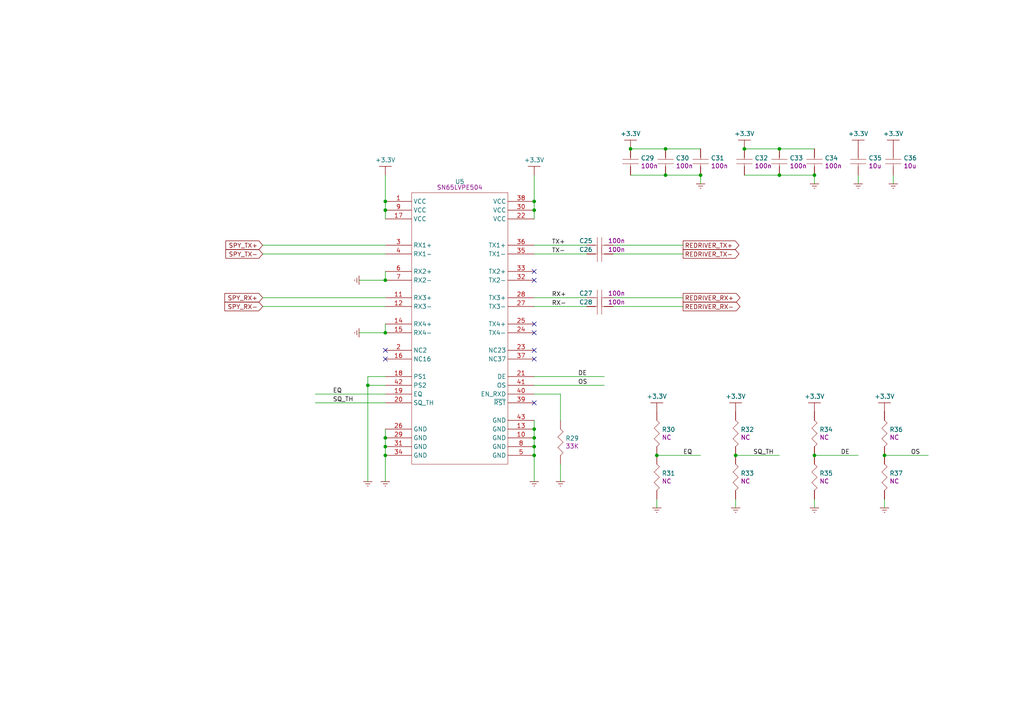
<source format=kicad_sch>
(kicad_sch (version 20200714) (host eeschema "(5.99.0-2858-ga3fc028c9b)")
  (page 5 5)
  (paper "A4")
  (title_block (title "EDSCH0003-V2") (comment 1 "VeSPA - PCIe INTERPOSER"))
  (lib_symbols
    (symbol "C_0402:C100N_16V_0402" (pin_numbers hide) (pin_names (offset 0.508) hide)
      (property "Reference" "C" (at 5.08 2.286 0))
      (property "Field4" "100n" (at 5.08 -0.254 0))
      (symbol "C100N_16V_0402_0_1"
        (polyline (pts (xy 2.54 0) (xy 2.54 -0.508)) (stroke (width 0.1016)))
        (polyline (pts (xy 0.254 -1.778) (xy 4.826 -1.778)) (stroke (width 0.1016)))
        (polyline (pts (xy 0.254 -0.508) (xy 4.826 -0.508)) (stroke (width 0.1016)))
        (polyline (pts (xy 2.54 -2.54) (xy 2.54 -1.778)) (stroke (width 0.1016)))
      )
      (symbol "C100N_16V_0402_0_0"
        (pin passive line (at 2.54 2.54 270) (length 2.54) (name "1") (number "1"))
        (pin passive line (at 2.54 -5.08 90) (length 2.54) (name "2") (number "2"))
      )
    )
    (symbol "C_1206:C10U_50V_1206" (pin_numbers hide) (pin_names (offset 0.508) hide)
      (property "Reference" "C" (at 2.54 2.286 0))
      (property "Field4" "10u" (at 2.54 -2.794 0))
      (symbol "C10U_50V_1206_0_1"
        (polyline (pts (xy 2.54 0) (xy 2.54 -0.508)) (stroke (width 0.1016)))
        (polyline (pts (xy 0.254 -1.778) (xy 4.826 -1.778)) (stroke (width 0.1016)))
        (polyline (pts (xy 0.254 -0.508) (xy 4.826 -0.508)) (stroke (width 0.1016)))
        (polyline (pts (xy 2.54 -2.54) (xy 2.54 -1.778)) (stroke (width 0.1016)))
      )
      (symbol "C10U_50V_1206_0_0"
        (pin passive line (at 2.54 2.54 270) (length 2.54) (name "1") (number "1"))
        (pin passive line (at 2.54 -5.08 90) (length 2.54) (name "2") (number "2"))
      )
    )
    (symbol "EDSCH0003-V2-A-rescue:+3.3V-MISC_KiCAD" (power) (pin_numbers hide) (pin_names (offset 0) hide)
      (property "Value" "+3.3V-MISC_KiCAD" (at 0 3.556 0))
      (symbol "+3.3V-MISC_KiCAD_0_1"
        (polyline (pts (xy -1.778 2.54) (xy 1.778 2.54)))
        (polyline (pts (xy 0 0) (xy 0 2.54)))
      )
      (symbol "+3.3V-MISC_KiCAD_1_1"
        (pin power_in line (at 0 0 90) (length 0) hide (name "+3.3V") (number "1"))
      )
    )
    (symbol "EDSCH0003-V2-A-rescue:GND-MISC_KiCAD" (power) (pin_numbers hide) (pin_names (offset 0) hide)
      (symbol "GND-MISC_KiCAD_0_1"
        (polyline (pts (xy -0.635 -0.635) (xy 0.635 -0.635)))
        (polyline (pts (xy -0.127 -1.27) (xy 0.127 -1.27)))
        (polyline (pts (xy 1.27 0) (xy -1.27 0)))
      )
      (symbol "GND-MISC_KiCAD_1_1"
        (pin power_in line (at 0 0 270) (length 0) hide (name "GND") (number "1"))
      )
    )
    (symbol "EDSCH0003-V2-A-rescue:PCIe_HALF_x4_Gen2_SN65LVPE504-analyzer" (pin_names (offset 0.508))
      (property "Reference" "U" (at 0 2.286 0))
      (property "Field4" "SN65LVPE504" (at 0 -78.994 0))
      (symbol "PCIe_HALF_x4_Gen2_SN65LVPE504-analyzer_0_1"
        (rectangle (start 0 0) (end 27.94 -78.74) (stroke (width 0.1016)))
      )
      (symbol "PCIe_HALF_x4_Gen2_SN65LVPE504-analyzer_0_0"
        (pin power_in line (at -7.62 -2.54 0) (length 7.62) (name "VCC") (number "1"))
        (pin power_in line (at 35.56 -71.12 180) (length 7.62) (name "GND") (number "10"))
        (pin passive line (at -7.62 -30.48 0) (length 7.62) (name "RX3+") (number "11"))
        (pin passive line (at -7.62 -33.02 0) (length 7.62) (name "RX3-") (number "12"))
        (pin power_in line (at 35.56 -68.58 180) (length 7.62) (name "GND") (number "13"))
        (pin passive line (at -7.62 -38.1 0) (length 7.62) (name "RX4+") (number "14"))
        (pin passive line (at -7.62 -40.64 0) (length 7.62) (name "RX4-") (number "15"))
        (pin passive line (at -7.62 -48.26 0) (length 7.62) (name "NC16") (number "16"))
        (pin power_in line (at -7.62 -7.62 0) (length 7.62) (name "VCC") (number "17"))
        (pin passive line (at -7.62 -53.34 0) (length 7.62) (name "PS1") (number "18"))
        (pin passive line (at -7.62 -58.42 0) (length 7.62) (name "EQ") (number "19"))
        (pin passive line (at -7.62 -45.72 0) (length 7.62) (name "NC2") (number "2"))
        (pin passive line (at -7.62 -60.96 0) (length 7.62) (name "SQ_TH") (number "20"))
        (pin passive line (at 35.56 -53.34 180) (length 7.62) (name "DE") (number "21"))
        (pin power_in line (at 35.56 -7.62 180) (length 7.62) (name "VCC") (number "22"))
        (pin passive line (at 35.56 -45.72 180) (length 7.62) (name "NC23") (number "23"))
        (pin passive line (at 35.56 -40.64 180) (length 7.62) (name "TX4-") (number "24"))
        (pin passive line (at 35.56 -38.1 180) (length 7.62) (name "TX4+") (number "25"))
        (pin power_in line (at -7.62 -68.58 0) (length 7.62) (name "GND") (number "26"))
        (pin passive line (at 35.56 -33.02 180) (length 7.62) (name "TX3-") (number "27"))
        (pin passive line (at 35.56 -30.48 180) (length 7.62) (name "TX3+") (number "28"))
        (pin power_in line (at -7.62 -71.12 0) (length 7.62) (name "GND") (number "29"))
        (pin passive line (at -7.62 -15.24 0) (length 7.62) (name "RX1+") (number "3"))
        (pin power_in line (at 35.56 -5.08 180) (length 7.62) (name "VCC") (number "30"))
        (pin power_in line (at -7.62 -73.66 0) (length 7.62) (name "GND") (number "31"))
        (pin passive line (at 35.56 -25.4 180) (length 7.62) (name "TX2-") (number "32"))
        (pin passive line (at 35.56 -22.86 180) (length 7.62) (name "TX2+") (number "33"))
        (pin power_in line (at -7.62 -76.2 0) (length 7.62) (name "GND") (number "34"))
        (pin passive line (at 35.56 -17.78 180) (length 7.62) (name "TX1-") (number "35"))
        (pin passive line (at 35.56 -15.24 180) (length 7.62) (name "TX1+") (number "36"))
        (pin passive line (at 35.56 -48.26 180) (length 7.62) (name "NC37") (number "37"))
        (pin power_in line (at 35.56 -2.54 180) (length 7.62) (name "VCC") (number "38"))
        (pin passive line (at 35.56 -60.96 180) (length 7.62) (name "~RST") (number "39"))
        (pin passive line (at -7.62 -17.78 0) (length 7.62) (name "RX1-") (number "4"))
        (pin passive line (at 35.56 -58.42 180) (length 7.62) (name "EN_RXD") (number "40"))
        (pin passive line (at 35.56 -55.88 180) (length 7.62) (name "OS") (number "41"))
        (pin passive line (at -7.62 -55.88 0) (length 7.62) (name "PS2") (number "42"))
        (pin power_in line (at 35.56 -66.04 180) (length 7.62) (name "GND") (number "43"))
        (pin power_in line (at 35.56 -76.2 180) (length 7.62) (name "GND") (number "5"))
        (pin passive line (at -7.62 -22.86 0) (length 7.62) (name "RX2+") (number "6"))
        (pin passive line (at -7.62 -25.4 0) (length 7.62) (name "RX2-") (number "7"))
        (pin power_in line (at 35.56 -73.66 180) (length 7.62) (name "GND") (number "8"))
        (pin power_in line (at -7.62 -5.08 0) (length 7.62) (name "VCC") (number "9"))
      )
    )
    (symbol "EDSCH0003-V2-A-rescue:R_NC_0402-analyzer" (pin_numbers hide) (pin_names (offset 0.508) hide)
      (property "Reference" "R" (at 5.08 -0.254 0))
      (property "Field4" "NC" (at 5.08 -2.794 0))
      (symbol "R_NC_0402-analyzer_0_1"
        (polyline (pts (xy 1.778 -5.334) (xy 3.302 -6.858)) (stroke (width 0.1016)))
        (polyline (pts (xy 1.778 -2.286) (xy 3.302 -3.81)) (stroke (width 0.1016)))
        (polyline (pts (xy 2.54 0) (xy 3.302 -0.762)) (stroke (width 0.1016)))
        (polyline (pts (xy 3.302 -6.858) (xy 2.54 -7.62)) (stroke (width 0.1016)))
        (polyline (pts (xy 3.302 -3.81) (xy 1.778 -5.334)) (stroke (width 0.1016)))
        (polyline (pts (xy 3.302 -0.762) (xy 1.778 -2.286)) (stroke (width 0.1016)))
      )
      (symbol "R_NC_0402-analyzer_0_0"
        (pin passive line (at 2.54 2.54 270) (length 2.54) (name "1") (number "1"))
        (pin passive line (at 2.54 -10.16 90) (length 2.54) (name "2") (number "2"))
      )
    )
    (symbol "R_0402:R33K_1%_0402" (pin_numbers hide) (pin_names (offset 0.508) hide)
      (property "Reference" "R" (at 5.08 -0.254 0))
      (property "Field4" "33K" (at 5.08 -2.794 0))
      (symbol "R33K_1%_0402_0_1"
        (polyline (pts (xy 2.54 0) (xy 3.302 -0.762)) (stroke (width 0.1016)))
        (polyline (pts (xy 3.302 -0.762) (xy 1.778 -2.286)) (stroke (width 0.1016)))
        (polyline (pts (xy 1.778 -2.286) (xy 3.302 -3.81)) (stroke (width 0.1016)))
        (polyline (pts (xy 3.302 -3.81) (xy 1.778 -5.334)) (stroke (width 0.1016)))
        (polyline (pts (xy 1.778 -5.334) (xy 3.302 -6.858)) (stroke (width 0.1016)))
        (polyline (pts (xy 3.302 -6.858) (xy 2.54 -7.62)) (stroke (width 0.1016)))
      )
      (symbol "R33K_1%_0402_0_0"
        (pin passive line (at 2.54 2.54 270) (length 2.54) (name "1") (number "1"))
        (pin passive line (at 2.54 -10.16 90) (length 2.54) (name "2") (number "2"))
      )
    )
  )
  (junction (at 106.68 111.76) (diameter 0.889))
  (junction (at 111.76 58.42) (diameter 0.889))
  (junction (at 111.76 60.96) (diameter 0.889))
  (junction (at 111.76 81.28) (diameter 0.889))
  (junction (at 111.76 96.52) (diameter 0.889))
  (junction (at 111.76 127) (diameter 0.889))
  (junction (at 111.76 129.54) (diameter 0.889))
  (junction (at 111.76 132.08) (diameter 0.889))
  (junction (at 154.94 58.42) (diameter 0.889))
  (junction (at 154.94 60.96) (diameter 0.889))
  (junction (at 154.94 124.46) (diameter 0.889))
  (junction (at 154.94 127) (diameter 0.889))
  (junction (at 154.94 129.54) (diameter 0.889))
  (junction (at 154.94 132.08) (diameter 0.889))
  (junction (at 182.88 43.18) (diameter 0.889))
  (junction (at 190.5 132.08) (diameter 0.889))
  (junction (at 193.04 43.18) (diameter 0.889))
  (junction (at 193.04 50.8) (diameter 0.889))
  (junction (at 203.2 50.8) (diameter 0.889))
  (junction (at 213.36 132.08) (diameter 0.889))
  (junction (at 215.9 43.18) (diameter 0.889))
  (junction (at 226.06 43.18) (diameter 0.889))
  (junction (at 226.06 50.8) (diameter 0.889))
  (junction (at 236.22 50.8) (diameter 0.889))
  (junction (at 236.22 132.08) (diameter 0.889))
  (junction (at 256.54 132.08) (diameter 0.889))
  (no_connect (at 154.94 116.84))
  (no_connect (at 154.94 104.14))
  (no_connect (at 154.94 101.6))
  (no_connect (at 154.94 78.74))
  (no_connect (at 111.76 101.6))
  (no_connect (at 111.76 104.14))
  (no_connect (at 154.94 96.52))
  (no_connect (at 154.94 93.98))
  (no_connect (at 154.94 81.28))
  (wire (pts (xy 76.2 73.66) (xy 111.76 73.66)))
  (wire (pts (xy 76.2 88.9) (xy 111.76 88.9)))
  (wire (pts (xy 106.68 109.22) (xy 106.68 111.76)))
  (wire (pts (xy 106.68 111.76) (xy 106.68 139.7)))
  (wire (pts (xy 111.76 50.8) (xy 111.76 58.42)))
  (wire (pts (xy 111.76 58.42) (xy 111.76 60.96)))
  (wire (pts (xy 111.76 60.96) (xy 111.76 63.5)))
  (wire (pts (xy 111.76 71.12) (xy 76.2 71.12)))
  (wire (pts (xy 111.76 78.74) (xy 111.76 81.28)))
  (wire (pts (xy 111.76 81.28) (xy 104.14 81.28)))
  (wire (pts (xy 111.76 86.36) (xy 76.2 86.36)))
  (wire (pts (xy 111.76 93.98) (xy 111.76 96.52)))
  (wire (pts (xy 111.76 96.52) (xy 104.14 96.52)))
  (wire (pts (xy 111.76 109.22) (xy 106.68 109.22)))
  (wire (pts (xy 111.76 111.76) (xy 106.68 111.76)))
  (wire (pts (xy 111.76 114.3) (xy 91.44 114.3)))
  (wire (pts (xy 111.76 116.84) (xy 91.44 116.84)))
  (wire (pts (xy 111.76 124.46) (xy 111.76 127)))
  (wire (pts (xy 111.76 127) (xy 111.76 129.54)))
  (wire (pts (xy 111.76 129.54) (xy 111.76 132.08)))
  (wire (pts (xy 111.76 132.08) (xy 111.76 139.7)))
  (wire (pts (xy 154.94 58.42) (xy 154.94 50.8)))
  (wire (pts (xy 154.94 60.96) (xy 154.94 58.42)))
  (wire (pts (xy 154.94 63.5) (xy 154.94 60.96)))
  (wire (pts (xy 154.94 73.66) (xy 170.18 73.66)))
  (wire (pts (xy 154.94 88.9) (xy 170.18 88.9)))
  (wire (pts (xy 154.94 114.3) (xy 162.56 114.3)))
  (wire (pts (xy 154.94 121.92) (xy 154.94 124.46)))
  (wire (pts (xy 154.94 124.46) (xy 154.94 127)))
  (wire (pts (xy 154.94 127) (xy 154.94 129.54)))
  (wire (pts (xy 154.94 129.54) (xy 154.94 132.08)))
  (wire (pts (xy 154.94 132.08) (xy 154.94 139.7)))
  (wire (pts (xy 162.56 114.3) (xy 162.56 121.92)))
  (wire (pts (xy 162.56 134.62) (xy 162.56 139.7)))
  (wire (pts (xy 170.18 71.12) (xy 154.94 71.12)))
  (wire (pts (xy 170.18 86.36) (xy 154.94 86.36)))
  (wire (pts (xy 175.26 109.22) (xy 154.94 109.22)))
  (wire (pts (xy 175.26 111.76) (xy 154.94 111.76)))
  (wire (pts (xy 177.8 73.66) (xy 198.12 73.66)))
  (wire (pts (xy 177.8 88.9) (xy 198.12 88.9)))
  (wire (pts (xy 182.88 43.18) (xy 193.04 43.18)))
  (wire (pts (xy 182.88 50.8) (xy 193.04 50.8)))
  (wire (pts (xy 190.5 132.08) (xy 203.2 132.08)))
  (wire (pts (xy 190.5 147.32) (xy 190.5 144.78)))
  (wire (pts (xy 193.04 43.18) (xy 203.2 43.18)))
  (wire (pts (xy 193.04 50.8) (xy 203.2 50.8)))
  (wire (pts (xy 198.12 71.12) (xy 177.8 71.12)))
  (wire (pts (xy 198.12 86.36) (xy 177.8 86.36)))
  (wire (pts (xy 203.2 53.34) (xy 203.2 50.8)))
  (wire (pts (xy 213.36 132.08) (xy 226.06 132.08)))
  (wire (pts (xy 213.36 147.32) (xy 213.36 144.78)))
  (wire (pts (xy 215.9 43.18) (xy 226.06 43.18)))
  (wire (pts (xy 215.9 50.8) (xy 226.06 50.8)))
  (wire (pts (xy 226.06 43.18) (xy 236.22 43.18)))
  (wire (pts (xy 226.06 50.8) (xy 236.22 50.8)))
  (wire (pts (xy 236.22 53.34) (xy 236.22 50.8)))
  (wire (pts (xy 236.22 132.08) (xy 248.92 132.08)))
  (wire (pts (xy 236.22 147.32) (xy 236.22 144.78)))
  (wire (pts (xy 248.92 53.34) (xy 248.92 50.8)))
  (wire (pts (xy 256.54 132.08) (xy 269.24 132.08)))
  (wire (pts (xy 256.54 147.32) (xy 256.54 144.78)))
  (wire (pts (xy 259.08 53.34) (xy 259.08 50.8)))
  (label "EQ" (at 96.52 114.3 0))
  (label "SQ_TH" (at 96.52 116.84 0))
  (label "TX+" (at 160.02 71.12 0))
  (label "TX-" (at 160.02 73.66 0))
  (label "RX+" (at 160.02 86.36 0))
  (label "RX-" (at 160.02 88.9 0))
  (label "DE" (at 167.64 109.22 0))
  (label "OS" (at 167.64 111.76 0))
  (label "EQ" (at 198.12 132.08 0))
  (label "SQ_TH" (at 218.44 132.08 0))
  (label "DE" (at 243.84 132.08 0))
  (label "OS" (at 264.16 132.08 0))
  (global_label "SPY_TX+" (shape input) (at 76.2 71.12 180))
  (global_label "SPY_TX-" (shape input) (at 76.2 73.66 180))
  (global_label "SPY_RX+" (shape input) (at 76.2 86.36 180))
  (global_label "SPY_RX-" (shape input) (at 76.2 88.9 180))
  (global_label "REDRIVER_TX+" (shape output) (at 198.12 71.12 0))
  (global_label "REDRIVER_TX-" (shape output) (at 198.12 73.66 0))
  (global_label "REDRIVER_RX+" (shape output) (at 198.12 86.36 0))
  (global_label "REDRIVER_RX-" (shape output) (at 198.12 88.9 0))
  (symbol (lib_id "EDSCH0003-V2-A-rescue:GND-MISC_KiCAD") (at 104.14 81.28 270) (unit 1)
    (property "Reference" "#PWR056" (effects hide))
    (property "Value" "GND" (effects hide))
  )
  (symbol (lib_id "EDSCH0003-V2-A-rescue:GND-MISC_KiCAD") (at 104.14 96.52 270) (unit 1)
    (property "Reference" "#PWR057" (effects hide))
    (property "Value" "GND" (effects hide))
  )
  (symbol (lib_id "EDSCH0003-V2-A-rescue:GND-MISC_KiCAD") (at 106.68 139.7 0) (unit 1)
    (property "Reference" "#PWR058" (effects hide))
    (property "Value" "GND" (effects hide))
  )
  (symbol (lib_id "EDSCH0003-V2-A-rescue:GND-MISC_KiCAD") (at 111.76 139.7 0) (unit 1)
    (property "Reference" "#PWR060" (effects hide))
    (property "Value" "GND" (effects hide))
  )
  (symbol (lib_id "EDSCH0003-V2-A-rescue:GND-MISC_KiCAD") (at 154.94 139.7 0) (unit 1)
    (property "Reference" "#PWR062" (effects hide))
    (property "Value" "GND" (effects hide))
  )
  (symbol (lib_id "EDSCH0003-V2-A-rescue:GND-MISC_KiCAD") (at 162.56 139.7 0) (unit 1)
    (property "Reference" "#PWR063" (effects hide))
    (property "Value" "GND" (effects hide))
  )
  (symbol (lib_id "EDSCH0003-V2-A-rescue:GND-MISC_KiCAD") (at 190.5 147.32 0) (unit 1)
    (property "Reference" "#PWR066" (effects hide))
    (property "Value" "GND" (effects hide))
  )
  (symbol (lib_id "EDSCH0003-V2-A-rescue:GND-MISC_KiCAD") (at 203.2 53.34 0) (unit 1)
    (property "Reference" "#PWR067" (effects hide))
    (property "Value" "GND" (effects hide))
  )
  (symbol (lib_id "EDSCH0003-V2-A-rescue:GND-MISC_KiCAD") (at 213.36 147.32 0) (unit 1)
    (property "Reference" "#PWR069" (effects hide))
    (property "Value" "GND" (effects hide))
  )
  (symbol (lib_id "EDSCH0003-V2-A-rescue:GND-MISC_KiCAD") (at 236.22 53.34 0) (unit 1)
    (property "Reference" "#PWR071" (effects hide))
    (property "Value" "GND" (effects hide))
  )
  (symbol (lib_id "EDSCH0003-V2-A-rescue:GND-MISC_KiCAD") (at 236.22 147.32 0) (unit 1)
    (property "Reference" "#PWR073" (effects hide))
    (property "Value" "GND" (effects hide))
  )
  (symbol (lib_id "EDSCH0003-V2-A-rescue:GND-MISC_KiCAD") (at 248.92 53.34 0) (unit 1)
    (property "Reference" "#PWR075" (effects hide))
    (property "Value" "GND" (effects hide))
  )
  (symbol (lib_id "EDSCH0003-V2-A-rescue:GND-MISC_KiCAD") (at 256.54 147.32 0) (unit 1)
    (property "Reference" "#PWR077" (effects hide))
    (property "Value" "GND" (effects hide))
  )
  (symbol (lib_id "EDSCH0003-V2-A-rescue:GND-MISC_KiCAD") (at 259.08 53.34 0) (unit 1)
    (property "Reference" "#PWR079" (effects hide))
    (property "Value" "GND" (effects hide))
  )
  (symbol (lib_id "EDSCH0003-V2-A-rescue:+3.3V-MISC_KiCAD") (at 111.76 50.8 0) (unit 1)
    (property "Reference" "#PWR059" (effects hide))
    (property "Value" "+3.3V" (at 111.76 46.4058 0))
  )
  (symbol (lib_id "EDSCH0003-V2-A-rescue:+3.3V-MISC_KiCAD") (at 154.94 50.8 0) (unit 1)
    (property "Reference" "#PWR061" (effects hide))
    (property "Value" "+3.3V" (at 154.94 46.4058 0))
  )
  (symbol (lib_id "EDSCH0003-V2-A-rescue:+3.3V-MISC_KiCAD") (at 182.88 43.18 0) (unit 1)
    (property "Reference" "#PWR064" (effects hide))
    (property "Value" "+3.3V" (at 182.88 38.7858 0))
  )
  (symbol (lib_id "EDSCH0003-V2-A-rescue:+3.3V-MISC_KiCAD") (at 190.5 119.38 0) (unit 1)
    (property "Reference" "#PWR065" (effects hide))
    (property "Value" "+3.3V" (at 190.5 114.9858 0))
  )
  (symbol (lib_id "EDSCH0003-V2-A-rescue:+3.3V-MISC_KiCAD") (at 213.36 119.38 0) (unit 1)
    (property "Reference" "#PWR068" (effects hide))
    (property "Value" "+3.3V" (at 213.36 114.9858 0))
  )
  (symbol (lib_id "EDSCH0003-V2-A-rescue:+3.3V-MISC_KiCAD") (at 215.9 43.18 0) (unit 1)
    (property "Reference" "#PWR070" (effects hide))
    (property "Value" "+3.3V" (at 215.9 38.7858 0))
  )
  (symbol (lib_id "EDSCH0003-V2-A-rescue:+3.3V-MISC_KiCAD") (at 236.22 119.38 0) (unit 1)
    (property "Reference" "#PWR072" (effects hide))
    (property "Value" "+3.3V" (at 236.22 114.9858 0))
  )
  (symbol (lib_id "EDSCH0003-V2-A-rescue:+3.3V-MISC_KiCAD") (at 248.92 43.18 0) (unit 1)
    (property "Reference" "#PWR074" (effects hide))
    (property "Value" "+3.3V" (at 248.92 38.7858 0))
  )
  (symbol (lib_id "EDSCH0003-V2-A-rescue:+3.3V-MISC_KiCAD") (at 256.54 119.38 0) (unit 1)
    (property "Reference" "#PWR076" (effects hide))
    (property "Value" "+3.3V" (at 256.54 114.9858 0))
  )
  (symbol (lib_id "EDSCH0003-V2-A-rescue:+3.3V-MISC_KiCAD") (at 259.08 43.18 0) (unit 1)
    (property "Reference" "#PWR078" (effects hide))
    (property "Value" "+3.3V" (at 259.08 38.7858 0))
  )
  (symbol (lib_id "R_0402:R33K_1%_0402") (at 160.02 124.46 0) (unit 1)
    (property "Reference" "R29" (at 164.0078 127.127 0) (effects (justify left)))
    (property "Value" "R33K_1%_0402" (effects hide))
    (property "Footprint" "ed_footprints:r_smt0402_ref" (effects hide))
    (property "Field4" "33K" (at 164.0078 129.413 0) (effects (justify left)))
    (property "a_CODE_ODY" "ODE1246" (effects hide))
  )
  (symbol (lib_id "EDSCH0003-V2-A-rescue:R_NC_0402-analyzer") (at 187.96 121.92 0) (unit 1)
    (property "Reference" "R30" (at 191.9478 124.587 0) (effects (justify left)))
    (property "Value" "R_NC_0402" (effects hide))
    (property "Footprint" "ed_footprints:r_smt0402_ref" (effects hide))
    (property "Field4" "NC" (at 191.9478 126.873 0) (effects (justify left)))
  )
  (symbol (lib_id "EDSCH0003-V2-A-rescue:R_NC_0402-analyzer") (at 187.96 134.62 0) (unit 1)
    (property "Reference" "R31" (at 191.9478 137.287 0) (effects (justify left)))
    (property "Value" "R_NC_0402" (effects hide))
    (property "Footprint" "ed_footprints:r_smt0402_ref" (effects hide))
    (property "Field4" "NC" (at 191.9478 139.573 0) (effects (justify left)))
  )
  (symbol (lib_id "EDSCH0003-V2-A-rescue:R_NC_0402-analyzer") (at 210.82 121.92 0) (unit 1)
    (property "Reference" "R32" (at 214.8078 124.587 0) (effects (justify left)))
    (property "Value" "R_NC_0402" (effects hide))
    (property "Footprint" "ed_footprints:r_smt0402_ref" (effects hide))
    (property "Field4" "NC" (at 214.8078 126.873 0) (effects (justify left)))
  )
  (symbol (lib_id "EDSCH0003-V2-A-rescue:R_NC_0402-analyzer") (at 210.82 134.62 0) (unit 1)
    (property "Reference" "R33" (at 214.8078 137.287 0) (effects (justify left)))
    (property "Value" "R_NC_0402" (effects hide))
    (property "Footprint" "ed_footprints:r_smt0402_ref" (effects hide))
    (property "Field4" "NC" (at 214.8078 139.573 0) (effects (justify left)))
  )
  (symbol (lib_id "EDSCH0003-V2-A-rescue:R_NC_0402-analyzer") (at 233.68 121.92 0) (unit 1)
    (property "Reference" "R34" (at 237.6678 124.587 0) (effects (justify left)))
    (property "Value" "R_NC_0402" (effects hide))
    (property "Footprint" "ed_footprints:r_smt0402_ref" (effects hide))
    (property "Field4" "NC" (at 237.6678 126.873 0) (effects (justify left)))
  )
  (symbol (lib_id "EDSCH0003-V2-A-rescue:R_NC_0402-analyzer") (at 233.68 134.62 0) (unit 1)
    (property "Reference" "R35" (at 237.6678 137.287 0) (effects (justify left)))
    (property "Value" "R_NC_0402" (effects hide))
    (property "Footprint" "ed_footprints:r_smt0402_ref" (effects hide))
    (property "Field4" "NC" (at 237.6678 139.573 0) (effects (justify left)))
  )
  (symbol (lib_id "EDSCH0003-V2-A-rescue:R_NC_0402-analyzer") (at 254 121.92 0) (unit 1)
    (property "Reference" "R36" (at 257.9878 124.587 0) (effects (justify left)))
    (property "Value" "R_NC_0402" (effects hide))
    (property "Footprint" "ed_footprints:r_smt0402_ref" (effects hide))
    (property "Field4" "NC" (at 257.9878 126.873 0) (effects (justify left)))
  )
  (symbol (lib_id "EDSCH0003-V2-A-rescue:R_NC_0402-analyzer") (at 254 134.62 0) (unit 1)
    (property "Reference" "R37" (at 257.9878 137.287 0) (effects (justify left)))
    (property "Value" "R_NC_0402" (effects hide))
    (property "Footprint" "ed_footprints:r_smt0402_ref" (effects hide))
    (property "Field4" "NC" (at 257.9878 139.573 0) (effects (justify left)))
  )
  (symbol (lib_id "C_0402:C100N_16V_0402") (at 172.72 73.66 90) (unit 1)
    (property "Reference" "C25" (at 169.926 69.85 90))
    (property "Value" "C100N_16V_0402" (effects hide))
    (property "Footprint" "ed_footprints:r_smt0402_ref" (effects hide))
    (property "Field4" "100n" (at 178.816 69.85 90))
    (property "a_CODE_ODY" "ODE0008" (effects hide))
  )
  (symbol (lib_id "C_0402:C100N_16V_0402") (at 172.72 76.2 90) (unit 1)
    (property "Reference" "C26" (at 169.926 72.39 90))
    (property "Value" "C100N_16V_0402" (effects hide))
    (property "Footprint" "ed_footprints:r_smt0402_ref" (effects hide))
    (property "Field4" "100n" (at 178.816 72.39 90))
    (property "a_CODE_ODY" "ODE0008" (effects hide))
  )
  (symbol (lib_id "C_0402:C100N_16V_0402") (at 172.72 88.9 90) (unit 1)
    (property "Reference" "C27" (at 169.926 85.09 90))
    (property "Value" "C100N_16V_0402" (effects hide))
    (property "Footprint" "ed_footprints:r_smt0402_ref" (effects hide))
    (property "Field4" "100n" (at 178.816 85.09 90))
    (property "a_CODE_ODY" "ODE0008" (effects hide))
  )
  (symbol (lib_id "C_0402:C100N_16V_0402") (at 172.72 91.44 90) (unit 1)
    (property "Reference" "C28" (at 169.926 87.63 90))
    (property "Value" "C100N_16V_0402" (effects hide))
    (property "Footprint" "ed_footprints:r_smt0402_ref" (effects hide))
    (property "Field4" "100n" (at 178.816 87.63 90))
    (property "a_CODE_ODY" "ODE0008" (effects hide))
  )
  (symbol (lib_id "C_0402:C100N_16V_0402") (at 180.34 45.72 0) (unit 1)
    (property "Reference" "C29" (at 185.8518 45.847 0) (effects (justify left)))
    (property "Value" "C100N_16V_0402" (effects hide))
    (property "Footprint" "ed_footprints:r_smt0402_ref" (effects hide))
    (property "Field4" "100n" (at 185.8518 48.133 0) (effects (justify left)))
    (property "a_CODE_ODY" "ODE0008" (effects hide))
  )
  (symbol (lib_id "C_0402:C100N_16V_0402") (at 190.5 45.72 0) (unit 1)
    (property "Reference" "C30" (at 196.0118 45.847 0) (effects (justify left)))
    (property "Value" "C100N_16V_0402" (effects hide))
    (property "Footprint" "ed_footprints:r_smt0402_ref" (effects hide))
    (property "Field4" "100n" (at 196.0118 48.133 0) (effects (justify left)))
    (property "a_CODE_ODY" "ODE0008" (effects hide))
  )
  (symbol (lib_id "C_0402:C100N_16V_0402") (at 200.66 45.72 0) (unit 1)
    (property "Reference" "C31" (at 206.1718 45.847 0) (effects (justify left)))
    (property "Value" "C100N_16V_0402" (effects hide))
    (property "Footprint" "ed_footprints:r_smt0402_ref" (effects hide))
    (property "Field4" "100n" (at 206.1718 48.133 0) (effects (justify left)))
    (property "a_CODE_ODY" "ODE0008" (effects hide))
  )
  (symbol (lib_id "C_0402:C100N_16V_0402") (at 213.36 45.72 0) (unit 1)
    (property "Reference" "C32" (at 218.8718 45.847 0) (effects (justify left)))
    (property "Value" "C100N_16V_0402" (effects hide))
    (property "Footprint" "ed_footprints:r_smt0402_ref" (effects hide))
    (property "Field4" "100n" (at 218.8718 48.133 0) (effects (justify left)))
    (property "a_CODE_ODY" "ODE0008" (effects hide))
  )
  (symbol (lib_id "C_0402:C100N_16V_0402") (at 223.52 45.72 0) (unit 1)
    (property "Reference" "C33" (at 229.0318 45.847 0) (effects (justify left)))
    (property "Value" "C100N_16V_0402" (effects hide))
    (property "Footprint" "ed_footprints:r_smt0402_ref" (effects hide))
    (property "Field4" "100n" (at 229.0318 48.133 0) (effects (justify left)))
    (property "a_CODE_ODY" "ODE0008" (effects hide))
  )
  (symbol (lib_id "C_0402:C100N_16V_0402") (at 233.68 45.72 0) (unit 1)
    (property "Reference" "C34" (at 239.1918 45.847 0) (effects (justify left)))
    (property "Value" "C100N_16V_0402" (effects hide))
    (property "Footprint" "ed_footprints:r_smt0402_ref" (effects hide))
    (property "Field4" "100n" (at 239.1918 48.133 0) (effects (justify left)))
    (property "a_CODE_ODY" "ODE0008" (effects hide))
  )
  (symbol (lib_id "C_1206:C10U_50V_1206") (at 246.38 45.72 0) (unit 1)
    (property "Reference" "C35" (at 251.8918 45.847 0) (effects (justify left)))
    (property "Value" "C10U_50V_1206" (effects hide))
    (property "Footprint" "c_smt1206_ref" (effects hide))
    (property "Field4" "10u" (at 251.8918 48.133 0) (effects (justify left)))
    (property "a_CODE_ODY" "ODE0467" (effects hide))
  )
  (symbol (lib_id "C_1206:C10U_50V_1206") (at 256.54 45.72 0) (unit 1)
    (property "Reference" "C36" (at 262.0518 45.847 0) (effects (justify left)))
    (property "Value" "C10U_50V_1206" (effects hide))
    (property "Footprint" "c_smt1206_ref" (effects hide))
    (property "Field4" "10u" (at 262.0518 48.133 0) (effects (justify left)))
    (property "a_CODE_ODY" "ODE0467" (effects hide))
  )
  (symbol (lib_id "EDSCH0003-V2-A-rescue:PCIe_HALF_x4_Gen2_SN65LVPE504-analyzer") (at 119.38 55.88 0) (unit 1)
    (property "Reference" "U5" (at 133.35 52.6796 0))
    (property "Value" "PCIe_HALF_x4_Gen2_SN65LVPE504" (effects hide))
    (property "Footprint" "ed_footprints:pwqfn-n42" (effects hide))
    (property "Field4" "SN65LVPE504" (at 133.35 54.356 0))
    (property "a_CODE_ODY" "ODE0260" (effects hide))
  )
)
</source>
